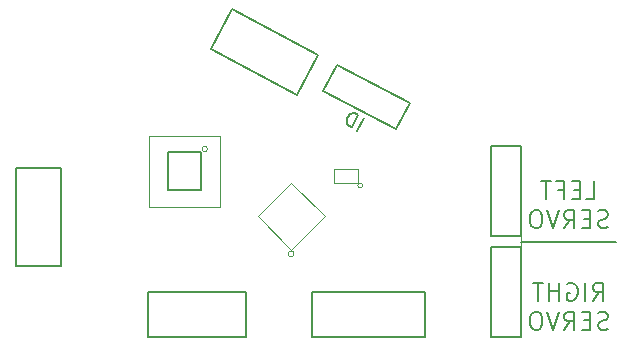
<source format=gbr>
G04 #@! TF.FileFunction,Legend,Bot*
%FSLAX46Y46*%
G04 Gerber Fmt 4.6, Leading zero omitted, Abs format (unit mm)*
G04 Created by KiCad (PCBNEW 4.0.7-e2-6376~58~ubuntu14.04.1) date Wed May 23 15:12:27 2018*
%MOMM*%
%LPD*%
G01*
G04 APERTURE LIST*
%ADD10C,0.100000*%
%ADD11C,0.210000*%
%ADD12C,0.120000*%
%ADD13C,0.200000*%
%ADD14C,0.170000*%
%ADD15C,0.150000*%
G04 APERTURE END LIST*
D10*
D11*
X211540000Y-68938571D02*
X212040000Y-68224286D01*
X212397143Y-68938571D02*
X212397143Y-67438571D01*
X211825715Y-67438571D01*
X211682857Y-67510000D01*
X211611429Y-67581429D01*
X211540000Y-67724286D01*
X211540000Y-67938571D01*
X211611429Y-68081429D01*
X211682857Y-68152857D01*
X211825715Y-68224286D01*
X212397143Y-68224286D01*
X210897143Y-68938571D02*
X210897143Y-67438571D01*
X209397143Y-67510000D02*
X209540000Y-67438571D01*
X209754286Y-67438571D01*
X209968571Y-67510000D01*
X210111429Y-67652857D01*
X210182857Y-67795714D01*
X210254286Y-68081429D01*
X210254286Y-68295714D01*
X210182857Y-68581429D01*
X210111429Y-68724286D01*
X209968571Y-68867143D01*
X209754286Y-68938571D01*
X209611429Y-68938571D01*
X209397143Y-68867143D01*
X209325714Y-68795714D01*
X209325714Y-68295714D01*
X209611429Y-68295714D01*
X208682857Y-68938571D02*
X208682857Y-67438571D01*
X208682857Y-68152857D02*
X207825714Y-68152857D01*
X207825714Y-68938571D02*
X207825714Y-67438571D01*
X207325714Y-67438571D02*
X206468571Y-67438571D01*
X206897142Y-68938571D02*
X206897142Y-67438571D01*
X212825714Y-71327143D02*
X212611428Y-71398571D01*
X212254285Y-71398571D01*
X212111428Y-71327143D01*
X212039999Y-71255714D01*
X211968571Y-71112857D01*
X211968571Y-70970000D01*
X212039999Y-70827143D01*
X212111428Y-70755714D01*
X212254285Y-70684286D01*
X212539999Y-70612857D01*
X212682857Y-70541429D01*
X212754285Y-70470000D01*
X212825714Y-70327143D01*
X212825714Y-70184286D01*
X212754285Y-70041429D01*
X212682857Y-69970000D01*
X212539999Y-69898571D01*
X212182857Y-69898571D01*
X211968571Y-69970000D01*
X211325714Y-70612857D02*
X210825714Y-70612857D01*
X210611428Y-71398571D02*
X211325714Y-71398571D01*
X211325714Y-69898571D01*
X210611428Y-69898571D01*
X209111428Y-71398571D02*
X209611428Y-70684286D01*
X209968571Y-71398571D02*
X209968571Y-69898571D01*
X209397143Y-69898571D01*
X209254285Y-69970000D01*
X209182857Y-70041429D01*
X209111428Y-70184286D01*
X209111428Y-70398571D01*
X209182857Y-70541429D01*
X209254285Y-70612857D01*
X209397143Y-70684286D01*
X209968571Y-70684286D01*
X208682857Y-69898571D02*
X208182857Y-71398571D01*
X207682857Y-69898571D01*
X206897143Y-69898571D02*
X206611429Y-69898571D01*
X206468571Y-69970000D01*
X206325714Y-70112857D01*
X206254286Y-70398571D01*
X206254286Y-70898571D01*
X206325714Y-71184286D01*
X206468571Y-71327143D01*
X206611429Y-71398571D01*
X206897143Y-71398571D01*
X207040000Y-71327143D01*
X207182857Y-71184286D01*
X207254286Y-70898571D01*
X207254286Y-70398571D01*
X207182857Y-70112857D01*
X207040000Y-69970000D01*
X206897143Y-69898571D01*
D12*
X205440000Y-63490000D02*
X205440000Y-64390000D01*
D13*
X205440000Y-63990000D02*
X213540000Y-63990000D01*
D11*
X210968571Y-60338571D02*
X211682857Y-60338571D01*
X211682857Y-58838571D01*
X210468571Y-59552857D02*
X209968571Y-59552857D01*
X209754285Y-60338571D02*
X210468571Y-60338571D01*
X210468571Y-58838571D01*
X209754285Y-58838571D01*
X208611428Y-59552857D02*
X209111428Y-59552857D01*
X209111428Y-60338571D02*
X209111428Y-58838571D01*
X208397142Y-58838571D01*
X208040000Y-58838571D02*
X207182857Y-58838571D01*
X207611428Y-60338571D02*
X207611428Y-58838571D01*
X212825714Y-62727143D02*
X212611428Y-62798571D01*
X212254285Y-62798571D01*
X212111428Y-62727143D01*
X212039999Y-62655714D01*
X211968571Y-62512857D01*
X211968571Y-62370000D01*
X212039999Y-62227143D01*
X212111428Y-62155714D01*
X212254285Y-62084286D01*
X212539999Y-62012857D01*
X212682857Y-61941429D01*
X212754285Y-61870000D01*
X212825714Y-61727143D01*
X212825714Y-61584286D01*
X212754285Y-61441429D01*
X212682857Y-61370000D01*
X212539999Y-61298571D01*
X212182857Y-61298571D01*
X211968571Y-61370000D01*
X211325714Y-62012857D02*
X210825714Y-62012857D01*
X210611428Y-62798571D02*
X211325714Y-62798571D01*
X211325714Y-61298571D01*
X210611428Y-61298571D01*
X209111428Y-62798571D02*
X209611428Y-62084286D01*
X209968571Y-62798571D02*
X209968571Y-61298571D01*
X209397143Y-61298571D01*
X209254285Y-61370000D01*
X209182857Y-61441429D01*
X209111428Y-61584286D01*
X209111428Y-61798571D01*
X209182857Y-61941429D01*
X209254285Y-62012857D01*
X209397143Y-62084286D01*
X209968571Y-62084286D01*
X208682857Y-61298571D02*
X208182857Y-62798571D01*
X207682857Y-61298571D01*
X206897143Y-61298571D02*
X206611429Y-61298571D01*
X206468571Y-61370000D01*
X206325714Y-61512857D01*
X206254286Y-61798571D01*
X206254286Y-62298571D01*
X206325714Y-62584286D01*
X206468571Y-62727143D01*
X206611429Y-62798571D01*
X206897143Y-62798571D01*
X207040000Y-62727143D01*
X207182857Y-62584286D01*
X207254286Y-62298571D01*
X207254286Y-61798571D01*
X207182857Y-61512857D01*
X207040000Y-61370000D01*
X206897143Y-61298571D01*
D14*
X191614913Y-54550997D02*
X192178279Y-53491460D01*
X191110371Y-54282728D02*
X191673737Y-53223190D01*
X191421465Y-53089055D01*
X191243276Y-53059029D01*
X191088714Y-53106284D01*
X190984606Y-53180364D01*
X190826844Y-53355354D01*
X190746363Y-53506716D01*
X190689509Y-53735360D01*
X190686309Y-53863096D01*
X190733564Y-54017658D01*
X190858099Y-54148592D01*
X191110371Y-54282728D01*
D15*
X187765000Y-71990000D02*
X187765000Y-68190000D01*
X187765000Y-68190000D02*
X197315000Y-68190000D01*
X197315000Y-68190000D02*
X197315000Y-71990000D01*
X197315000Y-71990000D02*
X187765000Y-71990000D01*
D10*
X186250000Y-64981981D02*
G75*
G03X186250000Y-64981981I-250000J0D01*
G01*
X183171573Y-61800000D02*
X186000000Y-64628427D01*
X186000000Y-58971573D02*
X183171573Y-61800000D01*
X188828427Y-61800000D02*
X186000000Y-58971573D01*
X186000000Y-64628427D02*
X188828427Y-61800000D01*
X178923607Y-56100000D02*
G75*
G03X178923607Y-56100000I-223607J0D01*
G01*
X180000000Y-61000000D02*
X174000000Y-61000000D01*
X180000000Y-55000000D02*
X180000000Y-61000000D01*
X174000000Y-55000000D02*
X180000000Y-55000000D01*
X174000000Y-61000000D02*
X174000000Y-55000000D01*
D15*
X175600000Y-59600000D02*
X175600000Y-56400000D01*
X175600000Y-56400000D02*
X178400000Y-56400000D01*
X178400000Y-56400000D02*
X178400000Y-59600000D01*
X178400000Y-59600000D02*
X175600000Y-59600000D01*
X173850000Y-72000000D02*
X173850000Y-68200000D01*
X173850000Y-68200000D02*
X182150000Y-68200000D01*
X182150000Y-68200000D02*
X182150000Y-72000000D01*
X182150000Y-72000000D02*
X173850000Y-72000000D01*
X162700000Y-57750000D02*
X166500000Y-57750000D01*
X166500000Y-57750000D02*
X166500000Y-66050000D01*
X166500000Y-66050000D02*
X162700000Y-66050000D01*
X162700000Y-66050000D02*
X162700000Y-57750000D01*
X188284859Y-48152643D02*
X186500867Y-51507844D01*
X186500867Y-51507844D02*
X179172402Y-47611230D01*
X179172402Y-47611230D02*
X180956394Y-44256029D01*
X180956394Y-44256029D02*
X188284859Y-48152643D01*
X196088418Y-52242140D02*
X194914739Y-54449509D01*
X194914739Y-54449509D02*
X188734106Y-51163208D01*
X188734106Y-51163208D02*
X189907785Y-48955839D01*
X189907785Y-48955839D02*
X196088418Y-52242140D01*
X205450000Y-63510000D02*
X202910000Y-63510000D01*
X205450000Y-55890000D02*
X205450000Y-63510000D01*
X202910000Y-55890000D02*
X205450000Y-55890000D01*
X202910000Y-63510000D02*
X202910000Y-55890000D01*
X205470000Y-72010000D02*
X202930000Y-72010000D01*
X205470000Y-64390000D02*
X205470000Y-72010000D01*
X202930000Y-64390000D02*
X205470000Y-64390000D01*
X202930000Y-72010000D02*
X202930000Y-64390000D01*
D10*
X192040000Y-59190000D02*
G75*
G03X192040000Y-59190000I-200000J0D01*
G01*
X191640000Y-57790000D02*
X189640000Y-57790000D01*
X191640000Y-58990000D02*
X191640000Y-57790000D01*
X189640000Y-58990000D02*
X191640000Y-58990000D01*
X189640000Y-57790000D02*
X189640000Y-58990000D01*
M02*

</source>
